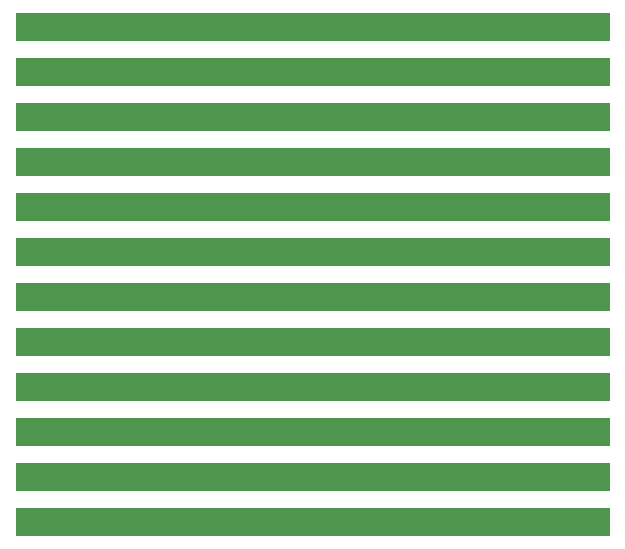
<source format=gbs>
G04 #@! TF.FileFunction,Soldermask,Bot*
%FSLAX46Y46*%
G04 Gerber Fmt 4.6, Leading zero omitted, Abs format (unit mm)*
G04 Created by KiCad (PCBNEW 4.0.7) date 10/30/17 13:40:03*
%MOMM*%
%LPD*%
G01*
G04 APERTURE LIST*
%ADD10C,0.100000*%
%ADD11R,50.400000X2.400000*%
G04 APERTURE END LIST*
D10*
D11*
X153600000Y-73240000D03*
X153600000Y-115150000D03*
X153600000Y-111340000D03*
X153600000Y-77050000D03*
X153600000Y-80860000D03*
X153600000Y-84670000D03*
X153600000Y-88480000D03*
X153600000Y-92290000D03*
X153600000Y-96100000D03*
X153600000Y-99910000D03*
X153600000Y-103720000D03*
X153600000Y-107530000D03*
M02*

</source>
